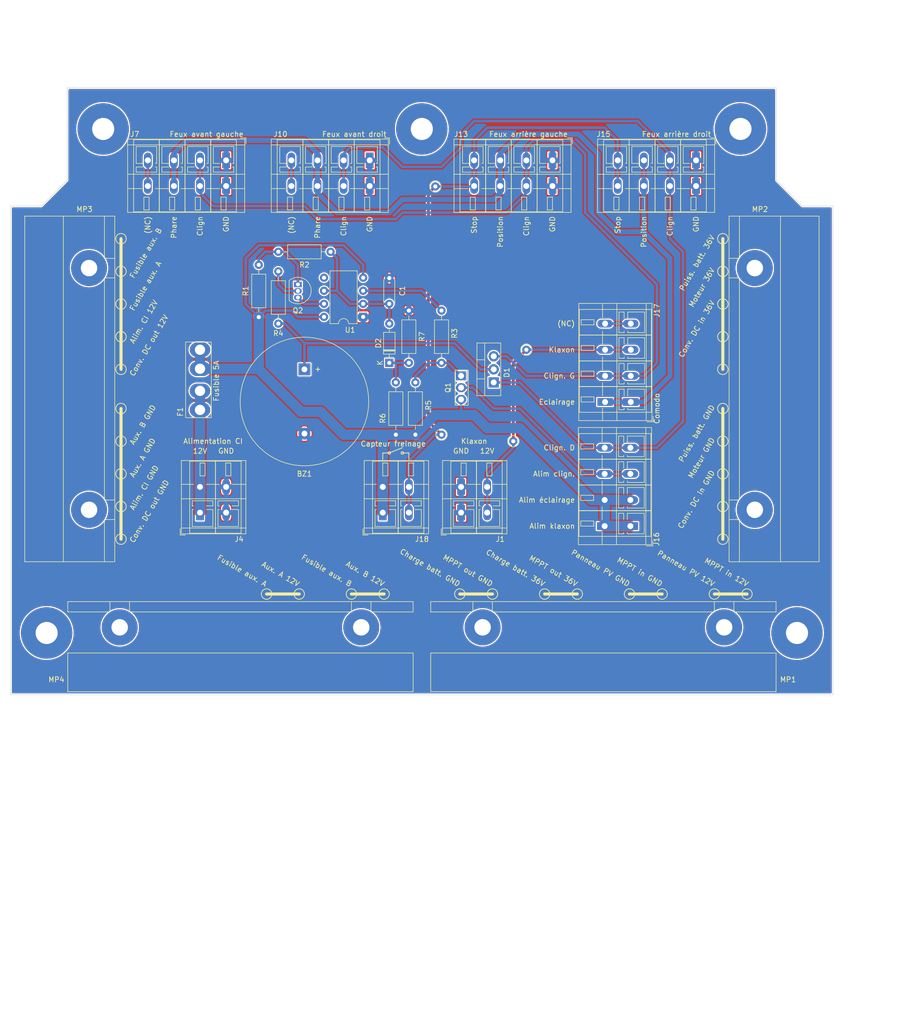
<source format=kicad_pcb>
(kicad_pcb (version 20211014) (generator pcbnew)

  (general
    (thickness 1.6)
  )

  (paper "A4")
  (layers
    (0 "F.Cu" signal)
    (31 "B.Cu" signal)
    (32 "B.Adhes" user "B.Adhesive")
    (33 "F.Adhes" user "F.Adhesive")
    (34 "B.Paste" user)
    (35 "F.Paste" user)
    (36 "B.SilkS" user "B.Silkscreen")
    (37 "F.SilkS" user "F.Silkscreen")
    (38 "B.Mask" user)
    (39 "F.Mask" user)
    (40 "Dwgs.User" user "User.Drawings")
    (41 "Cmts.User" user "User.Comments")
    (42 "Eco1.User" user "User.Eco1")
    (43 "Eco2.User" user "User.Eco2")
    (44 "Edge.Cuts" user)
    (45 "Margin" user)
    (46 "B.CrtYd" user "B.Courtyard")
    (47 "F.CrtYd" user "F.Courtyard")
    (48 "B.Fab" user)
    (49 "F.Fab" user)
    (50 "User.1" user)
    (51 "User.2" user)
    (52 "User.3" user)
    (53 "User.4" user)
    (54 "User.5" user)
    (55 "User.6" user)
    (56 "User.7" user)
    (57 "User.8" user)
    (58 "User.9" user)
  )

  (setup
    (stackup
      (layer "F.SilkS" (type "Top Silk Screen"))
      (layer "F.Paste" (type "Top Solder Paste"))
      (layer "F.Mask" (type "Top Solder Mask") (thickness 0.01))
      (layer "F.Cu" (type "copper") (thickness 0.035))
      (layer "dielectric 1" (type "core") (thickness 1.51) (material "FR4") (epsilon_r 4.5) (loss_tangent 0.02))
      (layer "B.Cu" (type "copper") (thickness 0.035))
      (layer "B.Mask" (type "Bottom Solder Mask") (thickness 0.01))
      (layer "B.Paste" (type "Bottom Solder Paste"))
      (layer "B.SilkS" (type "Bottom Silk Screen"))
      (copper_finish "None")
      (dielectric_constraints no)
    )
    (pad_to_mask_clearance 0)
    (pcbplotparams
      (layerselection 0x00010e0_ffffffff)
      (disableapertmacros false)
      (usegerberextensions false)
      (usegerberattributes true)
      (usegerberadvancedattributes true)
      (creategerberjobfile true)
      (svguseinch false)
      (svgprecision 6)
      (excludeedgelayer true)
      (plotframeref false)
      (viasonmask false)
      (mode 1)
      (useauxorigin false)
      (hpglpennumber 1)
      (hpglpenspeed 20)
      (hpglpendiameter 15.000000)
      (dxfpolygonmode true)
      (dxfimperialunits true)
      (dxfusepcbnewfont true)
      (psnegative false)
      (psa4output false)
      (plotreference true)
      (plotvalue true)
      (plotinvisibletext false)
      (sketchpadsonfab false)
      (subtractmaskfromsilk false)
      (outputformat 1)
      (mirror false)
      (drillshape 0)
      (scaleselection 1)
      (outputdirectory "")
    )
  )

  (net 0 "")
  (net 1 "GND")
  (net 2 "Net-(F1-Pad2)")
  (net 3 "Net-(D1-Pad1)")
  (net 4 "unconnected-(J7-Pad4)")
  (net 5 "unconnected-(J10-Pad4)")
  (net 6 "/Phares")
  (net 7 "Net-(J13-Pad4)")
  (net 8 "Net-(J1-Pad2)")
  (net 9 "/Flasher/Out")
  (net 10 "unconnected-(J17-Pad4)")
  (net 11 "/12V_5A")
  (net 12 "Net-(Q1-Pad1)")
  (net 13 "Net-(C1-Pad1)")
  (net 14 "Net-(D1-Pad3)")
  (net 15 "Net-(Q2-Pad1)")
  (net 16 "unconnected-(U1-Pad5)")
  (net 17 "Net-(Q2-Pad2)")
  (net 18 "/Flasher/Enable")
  (net 19 "Net-(Q2-Pad3)")
  (net 20 "Net-(R3-Pad1)")
  (net 21 "Net-(D2-Pad1)")

  (footprint "circuit:Wago_221-500_SplicingConnectorHolder" (layer "F.Cu") (at 95.25 82.55 90))

  (footprint "circuit:MountingHole_5mm" (layer "F.Cu") (at 87 130))

  (footprint "circuit:Buzzer_25x16_12.5" (layer "F.Cu") (at 137.16 78.74 -90))

  (footprint "circuit:Wago_221-500_SplicingConnectorHolder" (layer "F.Cu") (at 124.714 128.905 180))

  (footprint "circuit:Multicomp_MCCQ-122" (layer "F.Cu") (at 116.84 74.93 -90))

  (footprint "circuit:TerminalBlock_WAGO_236-402_1x02_P5.08mm_45Degree" (layer "F.Cu") (at 116.84 101.6))

  (footprint "Resistor_THT:R_Axial_DIN0207_L6.3mm_D2.5mm_P10.16mm_Horizontal" (layer "F.Cu") (at 163.83 67.31 -90))

  (footprint "circuit:MountingHole_5mm" (layer "F.Cu") (at 98 32))

  (footprint "circuit:TerminalBlock_WAGO_236-404_1x04_P5.08mm_45Degree" (layer "F.Cu") (at 185.42 38.1 180))

  (footprint "Package_DIP:DIP-8_W7.62mm" (layer "F.Cu") (at 148.59 68.54 180))

  (footprint "circuit:Strap_D2.0mm_Drill1.0mm" (layer "F.Cu") (at 177.8 92.71))

  (footprint "circuit:TerminalBlock_WAGO_236-404_1x04_P5.08mm_45Degree" (layer "F.Cu") (at 213.36 38.1 180))

  (footprint "circuit:MountingHole_5mm" (layer "F.Cu") (at 222 32))

  (footprint "circuit:TO-220-3_Vertical" (layer "F.Cu") (at 173.99 81.28 90))

  (footprint "Package_TO_SOT_THT:TO-92L_Inline" (layer "F.Cu") (at 135.89 62.23 -90))

  (footprint "circuit:TerminalBlock_WAGO_236-404_1x04_P5.08mm_45Degree" (layer "F.Cu") (at 121.92 38.1 180))

  (footprint "Resistor_THT:R_Axial_DIN0207_L6.3mm_D2.5mm_P10.16mm_Horizontal" (layer "F.Cu") (at 157.48 77.47 90))

  (footprint "circuit:TerminalBlock_WAGO_236-404_1x04_P5.08mm_45Degree" (layer "F.Cu") (at 200.58 109.22 90))

  (footprint "Resistor_THT:R_Axial_DIN0207_L6.3mm_D2.5mm_P10.16mm_Horizontal" (layer "F.Cu") (at 158.75 91.44 90))

  (footprint "circuit:Wago_221-500_SplicingConnectorHolder" (layer "F.Cu") (at 224.79 82.55 -90))

  (footprint "Resistor_THT:R_Axial_DIN0207_L6.3mm_D2.5mm_P10.16mm_Horizontal" (layer "F.Cu") (at 132.08 59.69 -90))

  (footprint "circuit:MountingHole_5mm" (layer "F.Cu") (at 160 32))

  (footprint "Resistor_THT:R_Axial_DIN0207_L6.3mm_D2.5mm_P10.16mm_Horizontal" (layer "F.Cu") (at 154.94 91.44 90))

  (footprint "circuit:Strap_D2.0mm_Drill1.0mm" (layer "F.Cu") (at 163.83 91.44))

  (footprint "Resistor_THT:R_Axial_DIN0207_L6.3mm_D2.5mm_P10.16mm_Horizontal" (layer "F.Cu") (at 128.27 68.58 90))

  (footprint "Resistor_THT:R_Axial_DIN0207_L6.3mm_D2.5mm_P10.16mm_Horizontal" (layer "F.Cu") (at 132.08 55.88))

  (footprint "circuit:Strap_D2.0mm_Drill1.0mm" (layer "F.Cu") (at 180.34 74.93))

  (footprint "Capacitor_THT:C_Disc_D4.3mm_W1.9mm_P5.00mm" (layer "F.Cu") (at 153.67 66 90))

  (footprint "circuit:Strap_D2.0mm_Drill1.0mm" (layer "F.Cu") (at 162.63 43.18))

  (footprint "circuit:TerminalBlock_WAGO_236-402_1x02_P5.08mm_45Degree" (layer "F.Cu") (at 167.64 101.6))

  (footprint "circuit:Wago_221-500_SplicingConnectorHolder" (layer "F.Cu") (at 195.326 128.905 180))

  (footprint "circuit:TerminalBlock_WAGO_236-402_1x02_P5.08mm_45Degree" (layer "F.Cu")
    (tedit 67A265E1) (tstamp ee376e01-fd87-460d-8054-53f57dc05951)
    (at 152.4 101.6)
    (descr "Terminal Block WAGO 236-402, 45Degree (cable under 45degree), 2 pins, pitch 5.08mm, size 12.3x14mm^2, drill diamater 1.15mm, pad diameter 3mm")
    (tags "THT Terminal Block WAGO 236-402 45Degree pitch 5.08mm size 12.3x14mm^2 drill 1.15mm pad 3mm")
    (property "Sheetfile" "circuit.kicad_sch")
    (property "Sheetname" "")
    (path "/e25831d2-9583-475c-a839-189f3156583f")
    (attr through_hole)
    (fp_text reference "J18" (at 7.62 10.16) (layer "F.SilkS")
      (effects (font (size 1 1) (thickness 0.15)))
      (tstamp 78fade79-4b4d-4ad8-8098-87a075f72e45)
    )
    (fp_text value "Conn_Capteur_Frein" (at 2.65 10.12) (layer "F.Fab")
      (effects (font (size 1 1) (thickness 0.15)))
      (tstamp 0bbaf0b7-9a40-43d4-b472-92769e96c9f0)
    )
    (fp_text user "${REFERENCE}" (at 2.65 1) (layer "F.Fab")
      (effects (font (size 1 1) (thickness 0.15)))
      (tstamp d79d1392-ac34-4473-b8a7-c9f388dd60ed)
    )
    (fp_line (start 3.5 7.7) (end 7.5 7.7) (layer "F.SilkS") (width 0.12) (tstamp 03cbcb17-4cd4-4291-bd41-b3e607e61dc4))
    (fp_line (start 6 -4.65) (end 6 -2.151) (layer "F.SilkS") (width 0.12) (tstamp 06f08405-6197-40be-af54-9fa42d684743))
    (fp_line (start 7.5 4.4) (end 7.5 7.7) (layer "F.SilkS") (width 0.12) (tstamp 10395d06-53e7-4f17-8398-e56394846f2e))
    (fp_line (start -1.5 3.7) (end -1.23 3.7) (layer "F.SilkS") (width 0.12) (tstamp 176c189a-d73e-4e04-8097-65e6830e8abb))
    (fp_line (start 3 -5) (end 3 9) (layer "F.SilkS") (width 0.12) (tstamp 177c0fde-9b14-4f84-ae0f-96cce8ccfb40))
    (fp_line (start 6.23 -0.5) (end 8.921 -0.5) (layer "F.SilkS") (width 0.12) (tstamp 196910ae-9780-4b38-b9f0-fec016073d7d))
    (fp_line (start 8 -5) (end 8 9) (layer "F.SilkS") (width 0.12) (tstamp 20d1cbd3-105d-4528-b0ec-c806e5c3730d))
    (fp_line (start 3.5 4.4) (end 3.77 4.4) (layer "F.SilkS") (width 0.12) (tstamp 215ba7e4-4824-47b9-be2a-f449a00476d9))
    (fp_line (start -3.62 -5.12) (end -3.62 9.12) (layer "F.SilkS") (width 0.12) (tstamp 24d687c2-f89b-4a92-ac16-f93abb516e5d))
    (fp_line (start 3.5 2.7) (end 7.5 2.7) (layer "F.SilkS") (width 0.12) (tstamp 283eba45-33d5-45c0-9100-76888ef889a1))
    (fp_line (start -1.5 2.7) (end 2.5 2.7) (layer "F.SilkS") (width 0.12) (tstamp 33984e5d-8430-4ef9-83cf-d8c85d1d4c81))
    (fp_line (start 0 -4.65) (end 0 -2.151) (layer "F.SilkS") (width 0.12) (tstamp 42e47897-88c2-4378-8310-672793da31bd))
    (fp_line (start 2.5 2.7) (end 2.5 3.7) (layer "F.SilkS") (width 0.12) (tstamp 4603587d-4325-4bd4-8ad7-8106882a8510))
    (fp_line (start 0 -4.65) (end 1 -4.65) (layer "F.SilkS") (width 0.12) (tstamp 47ba3a0f-b431-46e7-be3d-b0b6f1069b76))
    (fp_line (start 3 -5) (end 8 -5) (layer "F.SilkS") (width 0.12) (tstamp 4ded14f9-3715-41fc-8a9d-079c3f33e468))
    (fp_line (start 1.23 4.4) (end 2.5 4.4) (layer "F.SilkS") (width 0.12) (tstamp 5133da77-d4aa-40af-9e94-c9e392a712fb))
    (fp_line (start 3 9) (end 8 9) (layer "F.SilkS") (width 0.12) (tstamp 6099117e-ab90-41f8-a0c1-cee1d48a5e27))
    (fp_line (start 3 -5) (end 3 9) (layer "F.SilkS") (width 0.12) (tstamp 60fc21ae-6f0f-48ed-b1fb-b0d905d11fd3))
    (fp_line (start 5 -4.65) (end 5 -2.151) (layer "F.SilkS") (width 0.12) (tstamp 628ce420-7974-4138-94d5-d6d3644b3f98))
    (fp_line (start -2 -5) (end -2 9) (layer "F.SilkS") (width 0.12) (tstamp 677d3d8b-8de3-4915-9ade-fc8347a5093a))
    (fp_line (start 2.5 4.4) (end 2.5 7.7) (layer "F.SilkS") (width 0.12) (tstamp 68a6eb6b-860f-4dda-813a-3424760c2239))
    (fp_line (start 8.921 -5.12) (end 8.921 9.12) (layer "F.SilkS") (width 0.12) (tstamp 7fb5be81-4048-46f1-bf3d-603e817f41e3))
    (fp_line (start -1.5 2.7) (end -1.5 3.7) (layer "F.SilkS") (width 0.12) (tstamp 82d8ca8b-c60e-487b-9a2c-3f64ac92e02e))
    (fp_line (start 3.5 4.4) (end 3.5 7.7) (layer "F.SilkS") (width 0.12) (tstamp 8566aabf-6b65-480a-8718-32dd60e5bfdb))
    (fp_line (start -3.62 2.3) (end 8.921 2.3) (layer "F.SilkS") (width 0.12) (tstamp 8c0dbe23-ed60-461e-9533-eb47131cdfdf))
    (fp_line (start 3.5 2.7) (end 3.5 3.7) (layer "F.SilkS") (width 0.12) (tstamp 9bbac8e3-8050-48af-ab4e-68b7dbf33666))
    (fp_line (start -3.62 -5.12) (end 8.921 -5.12) (layer "F.SilkS") (width 0.12) (tstamp a31dfb8e-9d96-4bc5-bb00-ea9119422c23))
    (fp_line (start -3.86 9.36) (end -2.86 9.36) (layer "F.SilkS") (width 0.12) (tstamp a668a76b-8f41-4710-b2e5-6a4727012be0))
    (fp_line (start 5 -2.151) (end 6 -2.151) (layer "F.SilkS") (width 0.12) (tstamp aa10ca0c-a3be-4e57-b500-41a665e89587))
    (fp_line (start 0 -2.151) (end 1 -2.151) (layer "F.SilkS") (width 0.12) (tstamp b1e9fadc-cab6-48e6-9ef3-9c83a6bd8680))
    (fp_line (start -2 -5) (end 3 -5) (layer "F.SilkS") (width 0.12) (tstamp b44c0d9c-d037-4c8e-8898-df1dbb3730a6))
    (fp_line (start -3.86 8.12) (end -3.86 9.36) (layer "F.SilkS") (width 0.12) (tstamp bae54a06-aa3b-4ee2-939d-71aecf831aa4))
    (fp_line (start -3.62 8) (end 8.921 8) (layer "F.SilkS") (width 0.12) (tstamp be85f01d-7391-4207-af80-e81567e88bce))
    (fp_line (start 6.23 3.7) (end 7.5 3.7) (layer "F.SilkS") (width 0.12) (tstamp c091951d-35a8-4de7-948e-8814f3ffc15d))
    (fp_line (start -3.62 -0.5) (end -1.23 -0.5) (layer "F.SilkS") (width 0.12) (tstamp c0df3607-3881-4974-8918-ece5bba3a3ca))
    (fp_line (start 5 -4.65) (end 6 -4.65) (layer "F.SilkS") (width 0.12) (tstamp c0f2afa8-3fc1-4f00-80dd-fee17d213ec4))
    (fp_line (start 3.5 3.7) (end 3.77 3.7) (layer "F.SilkS") (width 0.12) (tstamp c82ea19c-9c58-4018-b9c4-022719c13c33))
    (fp_line (start 1 -4.65) (end 1 -2.151) (layer "F.SilkS") (width 0.12) (tstamp d059f087-a415-4799-991f-a5a1c2597200))
    (fp_line (start 6.23 4.4) (end 7.5 4.4) (layer "F.SilkS") (width 0.12) (tstamp d36977c3-981c-43a3-a21d-489f774334b0))
    (fp_line (start -2 9) (end 3 9) (layer "F.SilkS") (width 0.12) (tstamp d954a069-486d-4f10-bcfe-929b07a6c610))
    (fp_line (start -3.62 9.12) (end 8.921 9.12) (layer "F.SilkS") (width 0.12) (tstamp dd8ac32c-ebaa-4002-ba1f-c285fb2cbc87))
    (fp_line (start -1.5 7.7) (end 2.5 7.7) (layer "F.SilkS") (width 0
... [917190 chars truncated]
</source>
